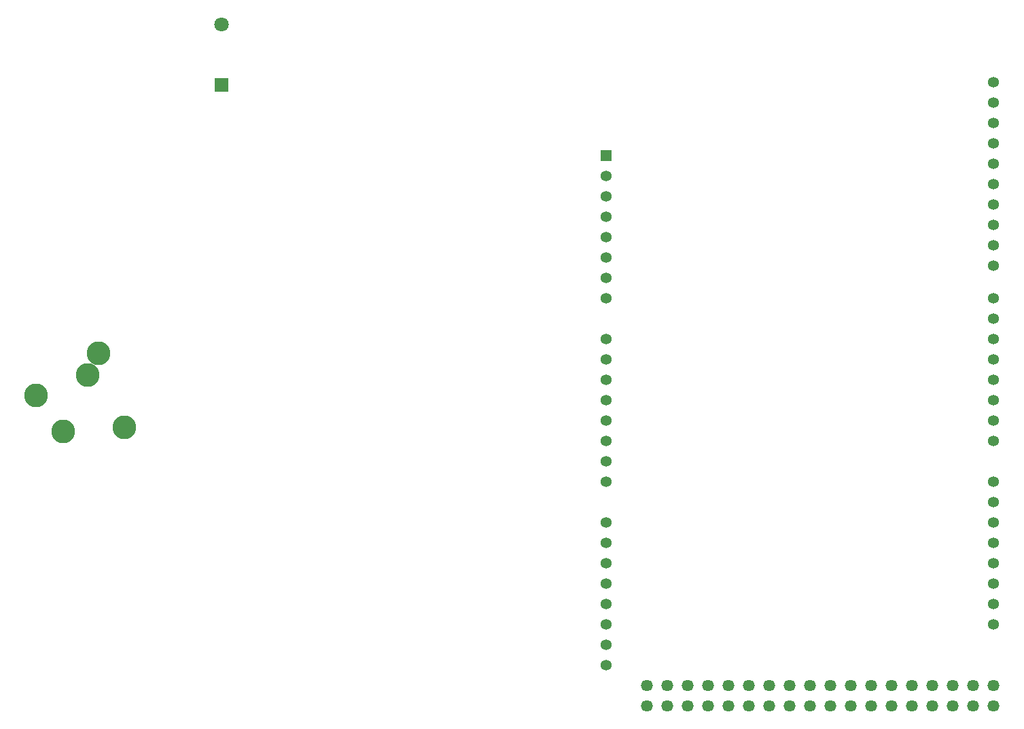
<source format=gbr>
%TF.GenerationSoftware,KiCad,Pcbnew,(7.0.0)*%
%TF.CreationDate,2023-04-07T11:52:31+02:00*%
%TF.ProjectId,projet codepo test,70726f6a-6574-4206-936f-6465706f2074,rev?*%
%TF.SameCoordinates,PX7414cc0PY6f80ec0*%
%TF.FileFunction,Copper,L2,Bot*%
%TF.FilePolarity,Positive*%
%FSLAX46Y46*%
G04 Gerber Fmt 4.6, Leading zero omitted, Abs format (unit mm)*
G04 Created by KiCad (PCBNEW (7.0.0)) date 2023-04-07 11:52:31*
%MOMM*%
%LPD*%
G01*
G04 APERTURE LIST*
%TA.AperFunction,ComponentPad*%
%ADD10C,2.955000*%
%TD*%
%TA.AperFunction,ComponentPad*%
%ADD11R,1.800000X1.800000*%
%TD*%
%TA.AperFunction,ComponentPad*%
%ADD12C,1.800000*%
%TD*%
%TA.AperFunction,ComponentPad*%
%ADD13C,1.358000*%
%TD*%
%TA.AperFunction,ComponentPad*%
%ADD14C,1.458000*%
%TD*%
%TA.AperFunction,ComponentPad*%
%ADD15R,1.358000X1.358000*%
%TD*%
G04 APERTURE END LIST*
D10*
%TO.P,J1,1*%
%TO.N,Net-(Arduino1-ADC1)*%
X-68495000Y43795000D03*
%TO.P,J1,2*%
%TO.N,Net-(IC1-OUT_A)*%
X-60695000Y48995000D03*
%TO.P,J1,3*%
%TO.N,unconnected-(J1-Pad3)*%
X-62095000Y46295000D03*
%TO.P,J1,4*%
%TO.N,unconnected-(J1-Pad4)*%
X-57495000Y39795000D03*
%TO.P,J1,5*%
%TO.N,Net-(C1-Pad2)*%
X-65095000Y39295000D03*
%TD*%
D11*
%TO.P,TH1,1*%
%TO.N,Net-(Arduino1-ADC0)*%
X-45444999Y82469999D03*
D12*
%TO.P,TH1,2*%
%TO.N,Net-(Arduino1-+5V_1)*%
X-45445000Y89970000D03*
%TD*%
D13*
%TO.P,Arduino1,0,D0/RX0*%
%TO.N,unconnected-(Arduino1-D0{slash}RX0-Pad0)*%
X50800000Y38100000D03*
%TO.P,Arduino1,1,D1/TX0*%
%TO.N,unconnected-(Arduino1-D1{slash}TX0-Pad1)*%
X50800000Y40640000D03*
%TO.P,Arduino1,2,D2*%
%TO.N,Net-(Arduino1-D2)*%
X50800000Y43180000D03*
%TO.P,Arduino1,3,D3*%
%TO.N,0*%
X50800000Y45720000D03*
%TO.P,Arduino1,3V3,+3V3*%
%TO.N,unconnected-(Arduino1-+3V3-Pad3V3)*%
X2540000Y66040000D03*
%TO.P,Arduino1,4,D4*%
%TO.N,Net-(Arduino1-D19{slash}RX1)*%
X50800000Y48260000D03*
%TO.P,Arduino1,5,D5*%
%TO.N,unconnected-(Arduino1-D5-Pad5)*%
X50800000Y50800000D03*
%TO.P,Arduino1,5V_1,+5V_1*%
%TO.N,Net-(Arduino1-+5V_1)*%
X2540000Y63500000D03*
D14*
%TO.P,Arduino1,5V_2,+5V_2*%
%TO.N,unconnected-(Arduino1-+5V_2-Pad5V_2)*%
X50800000Y7620000D03*
%TO.P,Arduino1,5V_3,+5V_3*%
%TO.N,unconnected-(Arduino1-+5V_3-Pad5V_3)*%
X50800000Y5080000D03*
D13*
%TO.P,Arduino1,6,D6*%
%TO.N,unconnected-(Arduino1-D6-Pad6)*%
X50800000Y53340000D03*
%TO.P,Arduino1,7,D7*%
%TO.N,Net-(Arduino1-D18{slash}TX1)*%
X50800000Y55880000D03*
%TO.P,Arduino1,8,D8*%
%TO.N,Net-(Arduino1-D8)*%
X50800000Y59944000D03*
%TO.P,Arduino1,9,D9*%
%TO.N,unconnected-(Arduino1-D9-Pad9)*%
X50800000Y62484000D03*
%TO.P,Arduino1,10,D10*%
%TO.N,unconnected-(Arduino1-D10-Pad10)*%
X50800000Y65024000D03*
%TO.P,Arduino1,11,D11*%
%TO.N,unconnected-(Arduino1-D11-Pad11)*%
X50800000Y67564000D03*
%TO.P,Arduino1,12,D12*%
%TO.N,unconnected-(Arduino1-D12-Pad12)*%
X50800000Y70104000D03*
%TO.P,Arduino1,13,D13*%
%TO.N,unconnected-(Arduino1-D13-Pad13)*%
X50800000Y72644000D03*
%TO.P,Arduino1,14,D14/TX3*%
%TO.N,unconnected-(Arduino1-D14{slash}TX3-Pad14)*%
X50800000Y33020000D03*
%TO.P,Arduino1,15,D15/RX3*%
%TO.N,unconnected-(Arduino1-D15{slash}RX3-Pad15)*%
X50800000Y30480000D03*
%TO.P,Arduino1,16,D16/TX2*%
%TO.N,unconnected-(Arduino1-D16{slash}TX2-Pad16)*%
X50800000Y27940000D03*
%TO.P,Arduino1,17,D17/RX2*%
%TO.N,unconnected-(Arduino1-D17{slash}RX2-Pad17)*%
X50800000Y25400000D03*
%TO.P,Arduino1,18,D18/TX1*%
%TO.N,Net-(Arduino1-D18{slash}TX1)*%
X50800000Y22860000D03*
%TO.P,Arduino1,19,D19/RX1*%
%TO.N,Net-(Arduino1-D19{slash}RX1)*%
X50800000Y20320000D03*
%TO.P,Arduino1,20,D20/SDA*%
%TO.N,unconnected-(Arduino1-D20{slash}SDA-Pad20)*%
X50800000Y17780000D03*
%TO.P,Arduino1,21,D21/SCL*%
%TO.N,unconnected-(Arduino1-D21{slash}SCL-Pad21)*%
X50800000Y15240000D03*
D14*
%TO.P,Arduino1,22,D22*%
%TO.N,unconnected-(Arduino1-D22-Pad22)*%
X48260000Y7620000D03*
%TO.P,Arduino1,23,D23*%
%TO.N,unconnected-(Arduino1-D23-Pad23)*%
X48260000Y5080000D03*
%TO.P,Arduino1,24,D24*%
%TO.N,unconnected-(Arduino1-D24-Pad24)*%
X45720000Y7620000D03*
%TO.P,Arduino1,25,D25*%
%TO.N,unconnected-(Arduino1-D25-Pad25)*%
X45720000Y5080000D03*
%TO.P,Arduino1,26,D26*%
%TO.N,unconnected-(Arduino1-D26-Pad26)*%
X43180000Y7620000D03*
%TO.P,Arduino1,27,D27*%
%TO.N,unconnected-(Arduino1-D27-Pad27)*%
X43180000Y5080000D03*
%TO.P,Arduino1,28,D28*%
%TO.N,unconnected-(Arduino1-D28-Pad28)*%
X40640000Y7620000D03*
%TO.P,Arduino1,29,D29*%
%TO.N,unconnected-(Arduino1-D29-Pad29)*%
X40640000Y5080000D03*
%TO.P,Arduino1,30,D30*%
%TO.N,unconnected-(Arduino1-D30-Pad30)*%
X38100000Y7620000D03*
%TO.P,Arduino1,31,D31*%
%TO.N,unconnected-(Arduino1-D31-Pad31)*%
X38100000Y5080000D03*
%TO.P,Arduino1,32,D32*%
%TO.N,unconnected-(Arduino1-D32-Pad32)*%
X35560000Y7620000D03*
%TO.P,Arduino1,33,D33*%
%TO.N,unconnected-(Arduino1-D33-Pad33)*%
X35560000Y5080000D03*
%TO.P,Arduino1,34,D34*%
%TO.N,unconnected-(Arduino1-D34-Pad34)*%
X33020000Y7620000D03*
%TO.P,Arduino1,35,D35*%
%TO.N,unconnected-(Arduino1-D35-Pad35)*%
X33020000Y5080000D03*
%TO.P,Arduino1,36,D36*%
%TO.N,unconnected-(Arduino1-D36-Pad36)*%
X30480000Y7620000D03*
%TO.P,Arduino1,37,D37*%
%TO.N,unconnected-(Arduino1-D37-Pad37)*%
X30480000Y5080000D03*
%TO.P,Arduino1,38,D38*%
%TO.N,unconnected-(Arduino1-D38-Pad38)*%
X27940000Y7620000D03*
%TO.P,Arduino1,39,D39*%
%TO.N,unconnected-(Arduino1-D39-Pad39)*%
X27940000Y5080000D03*
%TO.P,Arduino1,40,D40*%
%TO.N,unconnected-(Arduino1-D40-Pad40)*%
X25400000Y7620000D03*
%TO.P,Arduino1,41,D41*%
%TO.N,unconnected-(Arduino1-D41-Pad41)*%
X25400000Y5080000D03*
%TO.P,Arduino1,42,D42*%
%TO.N,unconnected-(Arduino1-D42-Pad42)*%
X22860000Y7620000D03*
%TO.P,Arduino1,43,D43*%
%TO.N,unconnected-(Arduino1-D43-Pad43)*%
X22860000Y5080000D03*
%TO.P,Arduino1,44,D44*%
%TO.N,unconnected-(Arduino1-D44-Pad44)*%
X20320000Y7620000D03*
%TO.P,Arduino1,45,D45*%
%TO.N,unconnected-(Arduino1-D45-Pad45)*%
X20320000Y5080000D03*
%TO.P,Arduino1,46,D46*%
%TO.N,unconnected-(Arduino1-D46-Pad46)*%
X17780000Y7620000D03*
%TO.P,Arduino1,47,D47*%
%TO.N,unconnected-(Arduino1-D47-Pad47)*%
X17780000Y5080000D03*
%TO.P,Arduino1,48,D48*%
%TO.N,unconnected-(Arduino1-D48-Pad48)*%
X15240000Y7620000D03*
%TO.P,Arduino1,49,D49*%
%TO.N,unconnected-(Arduino1-D49-Pad49)*%
X15240000Y5080000D03*
%TO.P,Arduino1,50,D50*%
%TO.N,unconnected-(Arduino1-D50-Pad50)*%
X12700000Y7620000D03*
%TO.P,Arduino1,51,D51*%
%TO.N,unconnected-(Arduino1-D51-Pad51)*%
X12700000Y5080000D03*
%TO.P,Arduino1,52,D52*%
%TO.N,unconnected-(Arduino1-D52-Pad52)*%
X10160000Y7620000D03*
%TO.P,Arduino1,53,D53*%
%TO.N,unconnected-(Arduino1-D53-Pad53)*%
X10160000Y5080000D03*
D13*
%TO.P,Arduino1,AD0,ADC0*%
%TO.N,Net-(Arduino1-ADC0)*%
X2540000Y50800000D03*
%TO.P,Arduino1,AD1,ADC1*%
%TO.N,Net-(Arduino1-ADC1)*%
X2540000Y48260000D03*
%TO.P,Arduino1,AD2,ADC2*%
%TO.N,Net-(Arduino1-ADC2)*%
X2540000Y45720000D03*
%TO.P,Arduino1,AD3,ADC3*%
%TO.N,unconnected-(Arduino1-ADC3-PadAD3)*%
X2540000Y43180000D03*
%TO.P,Arduino1,AD4,ADC4*%
%TO.N,unconnected-(Arduino1-ADC4-PadAD4)*%
X2540000Y40640000D03*
%TO.P,Arduino1,AD5,ADC5*%
%TO.N,unconnected-(Arduino1-ADC5-PadAD5)*%
X2540000Y38100000D03*
%TO.P,Arduino1,AD6,ADC6*%
%TO.N,unconnected-(Arduino1-ADC6-PadAD6)*%
X2540000Y35560000D03*
%TO.P,Arduino1,AD7,ADC7*%
%TO.N,unconnected-(Arduino1-ADC7-PadAD7)*%
X2540000Y33020000D03*
%TO.P,Arduino1,AD8,ADC8*%
%TO.N,unconnected-(Arduino1-ADC8-PadAD8)*%
X2540000Y27940000D03*
%TO.P,Arduino1,AD9,ADC9*%
%TO.N,unconnected-(Arduino1-ADC9-PadAD9)*%
X2540000Y25400000D03*
%TO.P,Arduino1,AD10,ADC10*%
%TO.N,unconnected-(Arduino1-ADC10-PadAD10)*%
X2540000Y22860000D03*
%TO.P,Arduino1,AD11,ADC11*%
%TO.N,unconnected-(Arduino1-ADC11-PadAD11)*%
X2540000Y20320000D03*
%TO.P,Arduino1,AREF,AREF*%
%TO.N,unconnected-(Arduino1-PadAREF)*%
X50800000Y77724000D03*
%TO.P,Arduino1,CANRX0,CANRX0*%
%TO.N,unconnected-(Arduino1-PadCANRX0)*%
X2540000Y12700000D03*
%TO.P,Arduino1,CANTX0,CANTX0*%
%TO.N,unconnected-(Arduino1-PadCANTX0)*%
X2540000Y10160000D03*
%TO.P,Arduino1,DAC0,DAC0*%
%TO.N,unconnected-(Arduino1-PadDAC0)*%
X2540000Y17780000D03*
%TO.P,Arduino1,DAC1,DAC1*%
%TO.N,unconnected-(Arduino1-PadDAC1)*%
X2540000Y15240000D03*
%TO.P,Arduino1,GND1,GND1*%
%TO.N,Net-(IC1-OUT_A)*%
X2540000Y60960000D03*
%TO.P,Arduino1,GND2,GND2*%
%TO.N,unconnected-(Arduino1-PadGND2)*%
X2540000Y58420000D03*
%TO.P,Arduino1,GND3,GND3*%
%TO.N,unconnected-(Arduino1-PadGND3)*%
X50800000Y75184000D03*
D14*
%TO.P,Arduino1,GND4,GND4*%
%TO.N,unconnected-(Arduino1-PadGND4)*%
X7620000Y7620000D03*
%TO.P,Arduino1,GND5,GND5*%
%TO.N,unconnected-(Arduino1-PadGND5)*%
X7620000Y5080000D03*
D13*
%TO.P,Arduino1,IOREF,IOREF*%
%TO.N,unconnected-(Arduino1-PadIOREF)*%
X2540000Y71120000D03*
D15*
%TO.P,Arduino1,NC,NC*%
%TO.N,unconnected-(Arduino1-PadNC)*%
X2539999Y73659999D03*
D13*
%TO.P,Arduino1,RESET,~{RESET}*%
%TO.N,unconnected-(Arduino1-~{RESET}-PadRESET)*%
X2540000Y68580000D03*
%TO.P,Arduino1,SCL,SCL*%
%TO.N,unconnected-(Arduino1-PadSCL)*%
X50800000Y82804000D03*
%TO.P,Arduino1,SDA,SDA*%
%TO.N,unconnected-(Arduino1-PadSDA)*%
X50800000Y80264000D03*
%TO.P,Arduino1,VIN,VIN*%
%TO.N,unconnected-(Arduino1-PadVIN)*%
X2540000Y55880000D03*
%TD*%
M02*

</source>
